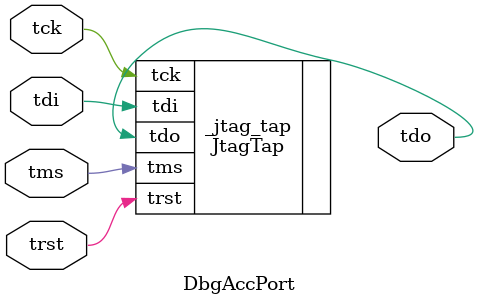
<source format=sv>
/* Debug Access Port (DAP).
 *
 * Authors: Igor Lesik 2021
 *
 * Debug Access Port (DAP) is an implementation of Debug Interface.
 * DAP provides external debugger with a standard interface to access
 * Core debug facilities.
 *
 * DAP contains:
 *
 * - JTAG TAP Controller with TAP FSM.
 * - JTAG Debug Port and Core Debug Port.
 */
module DbgAccPort (
    input  wire tck,   // test clock
    input  wire trst,  // test reset
    input  wire tdi,   // test Data In
    input  wire tms,   // test Mode Select
    output reg  tdo    // test Data Out
);

    wire jdpacc_tdo;
    wire cdpacc_tdo;

    wire insn_jdpacc_select;
    wire insn_cdpacc_select;

    JtagTap _jtag_tap(
        .tck(tck),
        .trst(trst),
        .tdi(tdi),
        .tms(tms),
        .tdo(tdo)
    );

    CoreDbgPort _cdp(


    );

endmodule: DbgAccPort

</source>
